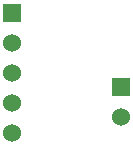
<source format=gbs>
%FSLAX46Y46*%
G04 Gerber Fmt 4.6, Leading zero omitted, Abs format (unit mm)*
G04 Created by KiCad (PCBNEW (2014-10-22 BZR 5214)-product) date Son 07 Dez 2014 11:41:12 CET*
%MOMM*%
G01*
G04 APERTURE LIST*
%ADD10C,0.150000*%
%ADD11R,1.524000X1.524000*%
%ADD12C,1.524000*%
G04 APERTURE END LIST*
D10*
D11*
X22400000Y-21420000D03*
D12*
X22400000Y-23960000D03*
X22400000Y-26500000D03*
X22400000Y-29040000D03*
X22400000Y-31580000D03*
D11*
X31600000Y-27730000D03*
D12*
X31600000Y-30270000D03*
M02*

</source>
